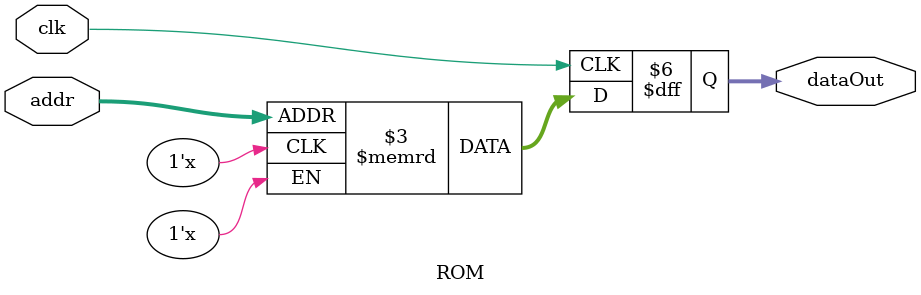
<source format=v>
`timescale 1ns / 1ps
module ROM #(parameter DATA_WIDTH = 32, ADDRESS_WIDTH = 12, DEPTH = 4096, MEMFILE = "") (
    input wire                     clk,
    input wire [ADDRESS_WIDTH-1:0] addr,
    output reg [DATA_WIDTH-1:0]    dataOut = 0);
    
    reg[DATA_WIDTH-1:0] MemoryArray[0:DEPTH-1];
    
    wire clock = ~clk;

    initial begin
        if(MEMFILE > 0) begin
            $readmemb(MEMFILE, MemoryArray);
        end
    end
    
    always @(posedge clock) begin
        dataOut <= MemoryArray[addr];
    end
endmodule

</source>
